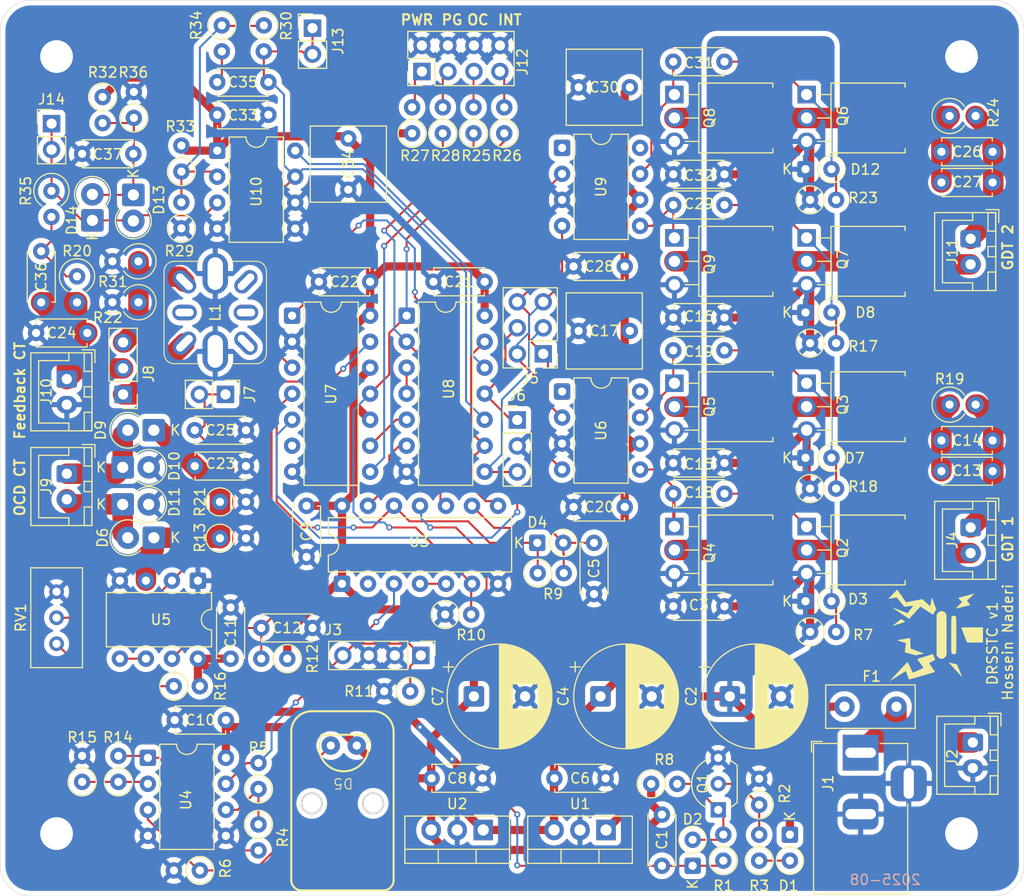
<source format=kicad_pcb>
(kicad_pcb (version 20241229) (generator "pcbnew") (generator_version "9.0")
  (layers (0 "F.Cu" signal) (2 "B.Cu" signal) (13 "F.Paste" user) (15 "B.Paste" user) (5 "F.SilkS" user "F.Silkscreen") (7 "B.SilkS" user "B.Silkscreen") (1 "F.Mask" user) (3 "B.Mask" user) (25 "Edge.Cuts" user))
  (net 0 "")
  (net 1 "Net-(D7-A)")
  (net 2 "GND")
  (net 3 "+5V")
  (net 4 "Net-(J11-Pin_1)")
  (net 5 "Net-(D2-K)")
  (net 6 "SIGNAL")
  (net 7 "OC")
  (net 8 "Net-(D5-A)")
  (net 9 "+9V")
  (net 10 "Net-(J10-Pin_1)")
  (net 11 "Net-(U7B-~{R})")
  (net 12 "Net-(J7-Pin_1)")
  (net 13 "Net-(D8-A)")
  (net 14 "Net-(C35-Pad2)")
  (net 15 "Net-(C36-Pad1)")
  (net 16 "VDC")
  (net 17 "Net-(D11-K)")
  (net 18 "Net-(D13-K)")
  (net 19 "Net-(D4-K)")
  (net 20 "Net-(J12-Pin_1)")
  (net 21 "Net-(D1-A)")
  (net 22 "Net-(D3-A)")
  (net 23 "FEEDBACK")
  (net 24 "Net-(D10-K)")
  (net 25 "Net-(Q1-B)")
  (net 26 "Net-(U10-+)")
  (net 27 "Net-(R14-Pad2)")
  (net 28 "Net-(U4B--)")
  (net 29 "Net-(U4A--)")
  (net 30 "Net-(U7A-~{R})")
  (net 31 "Net-(R16-Pad1)")
  (net 32 "Net-(U3-Pad4)")
  (net 33 "INT_INPUT")
  (net 34 "DRV1")
  (net 35 "DRV2")
  (net 36 "Net-(U3-Pad13)")
  (net 39 "INT")
  (net 40 "POWER_GOOD")
  (net 41 "OCD_STATUS")
  (net 42 "Net-(U5-BAL)")
  (net 43 "Net-(U8-Pad3)")
  (net 44 "~SIGNAL")
  (net 45 "Net-(J8-Pin_1)")
  (net 46 "IS_RUNNING")
  (net 47 "Net-(J8-Pin_3)")
  (net 48 "OCD")
  (net 49 "Net-(J12-Pin_7)")
  (net 50 "Net-(J12-Pin_5)")
  (net 51 "Net-(J4-Pin_1)")
  (net 52 "Net-(J12-Pin_3)")
  (net 53 "Net-(D2-A)")
  (net 54 "Net-(Q3-D)")
  (net 55 "Net-(Q4-G)")
  (net 56 "Net-(Q8-G)")
  (net 57 "Net-(Q5-G)")
  (net 58 "Net-(Q6-D)")
  (net 59 "Net-(D4-A)")
  (net 60 "Net-(D12-A)")
  (net 61 "Net-(J11-Pin_2)")
  (net 62 "Net-(Q9-G)")
  (net 63 "Net-(J4-Pin_2)")
  (net 68 "SEL_DRV_2")
  (net 69 "SEL_DRV_1")
  (net 70 "Net-(J2-Pin_1)")
  (footprint "Resistor_THT:R_Axial_DIN0207_L6.3mm_D2.5mm_P2.54mm_Vertical" (layer "F.Cu") (at 55.46 72)
    (property "Reference" "R10")
    (property "Value" "1k")
  )
  (footprint "Capacitor_THT:C_Disc_D4.7mm_W2.5mm_P5.00mm" (layer "F.Cu") (at 66.132323 88)
    (property "Reference" "C6")
    (property "Value" "100n")
  )
  (footprint "Resistor_THT:R_Axial_DIN0207_L6.3mm_D2.5mm_P2.54mm_Vertical" (layer "F.Cu") (at 91.106667 45.5)
    (property "Reference" "R17")
    (property "Value" "1k")
  )
  (footprint "Connector_JST:JST_XH_B2B-XH-A_1x02_P2.50mm_Vertical" (layer "F.Cu") (at 18.5 58.25 -90)
    (property "Reference" "J9")
    (property "Value" "OCD CT")
  )
  (footprint "Capacitor_THT:C_Disc_D4.7mm_W2.5mm_P5.00mm" (layer "F.Cu") (at 15.5 44.5)
    (property "Reference" "C24")
    (property "Value" "150p")
  )
  (footprint "Resistor_THT:R_Axial_DIN0207_L6.3mm_D2.5mm_P2.54mm_Vertical" (layer "F.Cu") (at 52.045 79.5 180)
    (property "Reference" "R11")
    (property "Value" "1k")
  )
  (footprint "Capacitor_THT:C_Disc_D4.7mm_W2.5mm_P5.00mm" (layer "F.Cu") (at 70 65 -90)
    (property "Reference" "C5")
    (property "Value" "10n")
  )
  (footprint "Resistor_THT:R_Axial_DIN0207_L6.3mm_D2.5mm_P2.54mm_Vertical" (layer "F.Cu") (at 58.23 25 90)
    (property "Reference" "R25")
    (property "Value" "330")
  )
  (footprint "Resistor_THT:R_Axial_DIN0309_L9.0mm_D3.2mm_P2.54mm_Vertical" (layer "F.Cu") (at 19.5 38.972183 -90)
    (property "Reference" "R20")
    (property "Value" "100k")
  )
  (footprint "Resistor_THT:R_Axial_DIN0207_L6.3mm_D2.5mm_P2.54mm_Vertical" (layer "F.Cu") (at 64.5 67.955)
    (property "Reference" "R9")
    (property "Value" "10k")
  )
  (footprint "Capacitor_THT:C_Disc_D4.7mm_W2.5mm_P5.00mm" (layer "F.Cu") (at 41.92 66.38 90)
    (property "Reference" "C9")
    (property "Value" "100n")
  )
  (footprint "Capacitor_THT:C_Disc_D4.7mm_W2.5mm_P5.00mm" (layer "F.Cu") (at 82.741667 60.2 180)
    (property "Reference" "C18")
    (property "Value" "100n")
  )
  (footprint "Library:TO-251-3-1EP_Horizontal_TabDown" (layer "F.Cu") (at 77.851667 21.21 -90)
    (property "Reference" "Q8")
    (property "Value" "IRFU024NPBF")
  )
  (footprint "Package_DIP:DIP-8_W7.62mm" (layer "F.Cu") (at 66.88 50.22)
    (property "Reference" "U6")
    (property "Value" "TC4427")
  )
  (footprint "Package_TO_SOT_THT:TO-92_Inline_Wide" (layer "F.Cu") (at 82.132323 91.085 90)
    (property "Reference" "Q1")
    (property "Value" "BC547")
  )
  (footprint "Capacitor_THT:C_Rect_L7.2mm_W7.2mm_P5.00mm_FKS2_FKP2_MKS2_MKP2" (layer "F.Cu") (at 46 30.5 90)
    (property "Reference" "C34")
    (property "Value" "2u")
  )
  (footprint "Capacitor_THT:C_Disc_D4.7mm_W2.5mm_P5.00mm" (layer "F.Cu") (at 59.315 39.5 180)
    (property "Reference" "C21")
    (property "Value" "100n")
  )
  (footprint "Resistor_THT:R_Axial_DIN0207_L6.3mm_D2.5mm_P2.54mm_Vertical" (layer "F.Cu") (at 40.04 76.315 180)
    (property "Reference" "R12")
    (property "Value" "1k")
  )
  (footprint "Diode_THT:D_DO-35_SOD27_P2.54mm_Vertical_KathodeUp" (layer "F.Cu") (at 90.656667 42.5)
    (property "Reference" "D8")
    (property "Value" "1N4148")
  )
  (footprint "Resistor_THT:R_Axial_DIN0207_L6.3mm_D2.5mm_P2.54mm_Vertical" (layer "F.Cu") (at 61.23 25 90)
    (property "Reference" "R26")
    (property "Value" "330")
  )
  (footprint "Connector_JST:JST_XH_B2B-XH-A_1x02_P2.50mm_Vertical" (layer "F.Cu") (at 106.785 35.3 -90)
    (property "Reference" "J11")
    (property "Value" "GDT")
  )
  (footprint "Resistor_THT:R_Axial_DIN0207_L6.3mm_D2.5mm_P2.54mm_Vertical" (layer "F.Cu") (at 82.632323 96.045 90)
    (property "Reference" "R1")
    (property "Value" "560k")
  )
  (footprint "Library:TO-251-3-1EP_Horizontal_TabDown" (layer "F.Cu") (at 77.851667 35.21 -90)
    (property "Reference" "Q9")
    (property "Value" "IRFU024NPBF")
  )
  (footprint "Package_DIP:DIP-8_W7.62mm" (layer "F.Cu") (at 31.31 68.695 -90)
    (property "Reference" "U5")
    (property "Value" "LM311")
  )
  (footprint "Package_DIP:DIP-8_W7.62mm" (layer "F.Cu") (at 66.88 26.42)
    (property "Reference" "U9")
    (property "Value" "TC4427")
  )
  (footprint "Capacitor_THT:C_Disc_D4.7mm_W2.5mm_P5.00mm" (layer "F.Cu") (at 103.935 26.8)
    (property "Reference" "C26")
    (property "Value" "10u")
  )
  (footprint "Diode_THT:D_DO-41_SOD81_P2.54mm_Vertical_KathodeUp" (layer "F.Cu") (at 23.96 57.62873)
    (property "Reference" "D10")
    (property "Value" "1N5819")
  )
  (footprint "LOGO" (layer "F.Cu") (at 103.5 74 90)
    (property "Reference" "G***" (hide yes))
    (property "Value" "LOGO" (hide yes))
  )
  (footprint "Package_DIP:DIP-8_W7.62mm" (layer "F.Cu") (at 26.42 86)
    (property "Reference" "U4")
    (property "Value" "TL072")
  )
  (footprint "Connector_PinHeader_2.54mm:PinHeader_1x02_P2.54mm_Vertical" (layer "F.Cu") (at 42.5 14.725)
    (property "Reference" "J13")
    (property "Value" "Signal TP")
  )
  (footprint "Capacitor_THT:C_Disc_D4.7mm_W2.5mm_P5.00mm" (layer "F.Cu") (at 68 61.5)
    (property "Reference" "C20")
    (property "Value" "100n")
  )
  (footprint "Capacitor_THT:C_Disc_D4.7mm_W2.5mm_P5.00mm" (layer "F.Cu") (at 76.632323 96.545 90)
    (property "Reference" "C1")
    (property "Value" "2.2u")
  )
  (footprint "MountingHole:MountingHole_3.2mm_M3_DIN965_Pad_TopBottom" (layer "F.Cu") (at 17.5 93.4)
    (property "Reference" "H2" (hide yes))
    (property "Value" "Body")
  )
  (footprint "Package_TO_SOT_THT:TO-220-3_Vertical" (layer "F.Cu") (at 59.172323 93.05 180)
    (property "Reference" "U2")
    (property "Value" "LM7805_TO220")
  )
  (footprint "Library:TO-251-3-1EP_Horizontal_TabDown" (layer "F.Cu") (at 90.766667 35.21 -90)
    (property "Reference" "Q7")
    (property "Value" "IRFU9024N")
  )
  (footprint "Capacitor_THT:C_Disc_D4.7mm_W2.5mm_P5.00mm" (layer "F.Cu") (at 38.195 23.19 180)
    (property "Reference" "C33")
    (property "Value" "100n")
  )
  (footprint "Capacitor_THT:C_Disc_D4.7mm_W2.5mm_P5.00mm" (layer "F.Cu") (at 54.132323 88)
    (property "Reference" "C8")
    (property "Value" "100n")
  )
  (footprint "Resistor_THT:R_Axial_DIN0309_L9.0mm_D3.2mm_P2.54mm_Vertical" (layer "F.Cu") (at 104.735 51.5)
    (property "Reference" "R19")
    (property "Value" "10")
  )
  (footprint "Connector_PinHeader_2.54mm:PinHeader_2x04_P2.54mm_Vertical" (layer "F.Cu") (at 53.19 18.96 90)
    (property "Reference" "J12")
    (property "Value" "Status")
  )
  (footprint "Capacitor_THT:C_Disc_D4.7mm_W2.5mm_P5.00mm" (layer "F.Cu") (at 82.741667 46.2 180)
    (property "Reference" "C19")
    (property "Value" "100n")
  )
  (footprint "Capacitor_THT:C_Disc_D4.7mm_W2.5mm_P5.00mm" (layer "F.Cu") (at 31 57.5)
    (property "Reference" "C23")
    (property "Value" "1n")
  )
  (footprint "Capacitor_THT:CP_Radial_D10.0mm_P5.00mm" (layer "F.Cu") (at 83.264646 80)
    (property "Reference" "C2")
    (property "Value" "470u")
  )
  (footprint "Capacitor_THT:C_Disc_D4.7mm_W2.5mm_P5.00mm" (layer "F.Cu") (at 34.5 71.315 -90)
    (property "Reference" "C11")
    (property "Value" "100n")
  )
  (footprint "Capacitor_THT:C_Disc_D4.7mm_W2.5mm_P5.00mm" (layer "F.Cu") (at 82.741667 32 180)
    (property "Reference" "C29")
    (property "Value" "100n")
  )
  (footprint "MountingHole:MountingHole_3.2mm_M3_DIN965_Pad_TopBottom" (layer "F.Cu") (at 17.5 17.5)
    (property "Reference" "H4" (hide yes))
    (property "Value" "Body")
  )
  (footprint "Connector_JST:JST_XH_B2B-XH-A_1x02_P2.50mm_Vertical" (layer "F.Cu") (at 106.785 63.5 -90)
    (property "Reference" "J4")
    (property "Value" "GDT")
  )
  (footprint "Capacitor_THT:C_Disc_D4.7mm_W2.5mm_P5.00mm" (layer "F.Cu") (at 82.741667 18 180)
    (property "Reference" "C31")
    (property "Value" "100n")
  )
  (footprint "Library:TO-251-3-1EP_Horizontal_TabDown" (layer "F.Cu") (at 77.851667 49.41 -90)
    (property "Reference" "Q5")
    (property "Value" "IRFU024NPBF")
  )
  (footprint "Capacitor_THT:C_Disc_D4.7mm_W2.5mm_P5.00mm" (layer "F.Cu") (at 103.935 58)
    (property "Reference" "C13")
    (property "Value" "10u")
  )
  (footprint "Resistor_THT:R_Axial_DIN0207_L6.3mm_D2.5mm_P2.54mm_Vertical" (layer "F.Cu") (at 33.46 61)
    (property "Reference" "R21")
    (property "Value" "5.1")
  )
  (footprint "Library:BarrelJack_Horizontal" (layer "F.Cu") (at 96.0425 85.5 90)
    (property "Reference" "J1")
    (property "Value" "DC Jack")
  )
  (footprint "Library:TO-251-3-1EP_Horizontal_TabDown" (layer "F.Cu") (at 90.766667 49.41 -90)
    (property "Reference" "Q3")
    (property "Value" "IRFU9024N")
  )
  (footprint "Diode_THT:D_DO-35_SOD27_P2.54mm_Vertical_KathodeUp" (layer "F.Cu") (at 79.632323 96.545 90)
    (property "Reference" "D2")
    (property "Value" "BAT43")
  )
  (footprint "Connector_JST:JST_XH_B2B-XH-A_1x02_P2.50mm_Vertical" (layer "F.Cu") (at 107 84.5 -90)
    (property "Reference" "J2")
    (property "Value" "~")
  )
  (footprint "Resistor_THT:R_Axial_DIN0207_L6.3mm_D2.5mm_P2.54mm_Vertical" (layer "F.Cu") (at 23.54 88.35 90)
    (property "Reference" "R14")
    (property "Value" "100k")
  )
  (footprint "Resistor_THT:R_Axial_DIN0207_L6.3mm_D2.5mm_P2.54mm_Vertical" (layer "F.Cu") (at 37.745 14.455 -90)
    (property "Reference" "R30")
    (property "Value" "100k")
  )
  (footprint "Diode_THT:D_DO-41_SOD81_P2.54mm_Vertical_KathodeUp" (layer "F.Cu") (at 25 31.012183 -90)
    (property "Reference" "D13")
    (property "Value" "1N5819")
  )
  (footprint "Package_DIP:DIP-8_W7.62mm" (layer "F.Cu") (at 33.195 26.69)
    (property "Reference" "U10")
    (property "Value" "LT1016")
  )
  (footprint "Resistor_THT:R_Axial_DIN0309_L9.0mm_D3.2mm_P2.54mm_Vertical" (layer "F.Cu") (at 104.735 23.3)
    (property "Reference" "R24")
    (property "Value" "10")
  )
  (footprint "Resistor_THT:R_Axial_DIN0207_L6.3mm_D2.5mm_P2.54mm_Vertical" (layer "F.Cu") (at 91.106667 31.5)
    (property "Reference" "R23")
    (property "Value" "1k")
  )
  (footprint "Resistor_THT:R_Axial_DIN0207_L6.3mm_D2.5mm_P2.54mm_Vertical" (layer "F.Cu") (at 55.23 25 90)
    (property "Reference" "R28")
    (property "Value" "330")
  )
  (footprint "Library:TO-251-3-1EP_Horizontal_TabDown" (layer "F.Cu") (at 77.851667 63.41 -90)
    (property "Reference" "Q4")
    (property "Value" "IRFU024NPBF")
  )
  (footprint "Connector_PinHeader_2.54mm:PinHeader_1x04_P2.54mm_Vertical" (layer "F.Cu") (at 53.085 76 -90)
    (property "Reference" "J3")
    (property "Value" "Interrupter")
  )
  (footprint "Connector_PinHeader_2.54mm:PinHeader_1x02_P2.54mm_Vertical" (layer "F.Cu") (at 34 50.5 -90)
    (property "Reference" "J7")
    (property "Value" "OC TP")
  )
  (footprint "Package_DIP:DIP-14_W7.62mm" (layer "F.Cu") (at 45.38 69 90)
    (property "Reference" "U3")
    (property "Value" "74HC14")
  )
  (footprint "Diode_THT:D_DO-35_SOD27_P2.54mm_Vertical_KathodeUp" (layer "F.Cu") (at 90.656667 56.7)
    (property "Reference" "D7")
    (property "Value" "1N4148")
  )
  (footprint "Capacitor_THT:C_Rect_L7.2mm_W7.2mm_P5.00mm_FKS2_FKP2_MKS2_MKP2" (layer "F.Cu") (at 68.5 44.3)
    (property "Reference" "C17")
    (property "Value" "2u")
  )
  (footprint "Diode_THT:D_DO-41_SOD81_P2.54mm_Vertical_KathodeUp" (layer "F.Cu") (at 21 33.5 90)
    (property "Reference" "D14")
    (property "Value" "1N5819")
  )
  (footprint "Capacitor_THT:C_Disc_D4.7mm_W2.5mm_P5.00mm" (layer "F.Cu") (at 82.741667 43 180)
    (property "Reference" "C16")
    (property "Value" "10u")
  )
  (footprint "Resistor_THT:R_Axial_DIN0207_L6.3mm_D2.5mm_P2.54mm_Vertical" (layer "F.Cu") (at 29.695 34.28 90)
    (property "Reference" "R29")
    (property "Value" "470")
  )
  (footprint "Connector_JST:JST_XH_B2B-XH-A_1x02_P2.50mm_Vertical" (layer "F.Cu") (at 18.5 49 -90)
    (property "Reference" "J10")
    (property "Value" "Feedback CT")
  )
  (footprint "Diode_THT:D_DO-41_SOD81_P2.54mm_Vertical_KathodeUp" (layer "F.Cu") (at 27 64.5 180)
    (property "Reference" "D6")
    (property "Value" "1N5819")
  )
  (footprint "Library:TO-251-3-1EP_Horizontal_TabDown" (layer "F.Cu") (at 90.766667 63.41 -90)
    (property "Reference" "Q2")
    (property "Value" "IRFU9024N")
  )
  (footprint "Connector_PinHeader_2.54mm:PinHeader_1x03_P2.54mm_Vertical" (layer "F.Cu") (at 62.5 53)
    (property "Reference" "J6")
    (property "Value" "Drive TP")
  )
  (footprint "Capacitor_THT:CP_Radial_D10.0mm_P5.00mm" (layer "F.Cu") (at 58.264646 80)
    (property "Reference" "C7")
    (property "Value" "470u")
  )
  (footprint "Diode_THT:D_DO-41_SOD81_P2.54mm_Vertical_KathodeUp" (layer "F.Cu") (at 23.96 61.25)
    (property "Reference" "D11")
    (property "Value" "1N5819")
  )
  (footprint "Potentiometer_THT:Potentiometer_Bourns_3296W_Vertical" (layer "F.Cu") (at 17.5 69.775 90)
    (property "Reference" "RV1")
    (property "Value" "10k")
  )
  (footprint "Resistor_THT:R_Axial_DIN0309_L9.0mm_D3.2mm_P2.54mm_Vertical" (layer "F.Cu") (at 25.5 41.5 180)
    (property "Reference" "R22")
    (property "Value" "ext")
  )
  (footprint "Capacitor_THT:C_Disc_D4.7mm_W2.5mm_P5.00mm" (layer "F.Cu") (at 16 36.512183 -90)
    (property "Reference" "C36")
    (property "Value" "100n")
  )
  (footprint "Capacitor_THT:C_Disc_D4.7mm_W2.5mm_P5.00mm" (layer "F.Cu") (at 103.935 29.8)
    (property "Reference" "C27")
    (property "Value" "10u")
  )
  (footprint "Resistor_THT:R_Axial_DIN0207_L6.3mm_D2.5mm_P2.54mm_Vertical" (layer "F.Cu") (at 31.5 97 180)
    (property "Reference" "R6")
    (property "Value" "100k")
  )
  (footprint "Resistor_THT:R_Axial_DIN0207_L6.3mm_D2.5mm_P2.54mm_Vertical" (layer "F.Cu") (at 86.132323 90.585 90)
    (property "Reference" "R2")
    (property "Value" "1k")
  )
  (footprint "Capacitor_THT:C_Disc_D4.7mm_W2.5mm_P5.00mm" (layer "F.Cu") (at 43.13 39.5)
    (property "Reference" "C22")
    (property "Value" "100n")
  )
  (footprint "Resistor_THT:R_Axial_DIN0207_L6.3mm_D2.5mm_P2.54mm_Vertical" (layer "F.Cu") (at 33.46 64.55)
    (property "Reference" "R13")
    (property "Value" "5.1")
  )
  (footprint "Package_TO_SOT_THT:TO-220-3_Vertical" (layer "F.Cu") (at 71.172323 93.05 180)
    (property "Reference" "U1")
    (property "Value" "LM7809_TO220")
  )
  (footprint "Capacitor_THT:C_Disc_D4.7mm_W2.5mm_P5.00mm" (layer "F.Cu") (at 82.741667 29 180)
    (property "Reference" "C32")
    (property "Value" "10u")
  )
  (footprint "Capacitor_THT:C_Disc_D4.7mm_W2.5mm_P5.00mm" (layer "F.Cu") (at 82.741667 71.2 180)
    (property "Reference" "C3")
    (property "Value" "10u")
  )
  (footprint "Capacitor_THT:C_Rect_L7.2mm_W7.2mm_P5.00mm_FKS2_FKP2_MKS2_MKP2" (layer "F.Cu") (at 68.5 20.5)
    (property "Reference" "C30")
    (property "Value" "2u")
  )
  (footprint "Library:hnaderi-toslink-rx" (layer "F.Cu") (at 50.425 81.2 180)
    (property "Reference" "D5")
    (property "Value" "D_Photo")
    (fp_circle (center 8 -9.25) (end 9 -9.25) (stroke (width 0.2)) (fill no) (layer "Edge.Cuts"))
    (fp_circle (center 2 -9.25) (end 3 -9.25) (stroke (width 0.2)) (fill no) (layer "Edge.Cuts"))
  )
  (footprint "Capacitor_THT:C_Disc_D4.7mm_W2.5mm_P5.00mm" (layer "F.Cu") (at 38.195 20 180)
    (property "Reference" "C35")
    (property "Value" "1n")
  )
  (footprint "Diode_THT:D_DO-35_SOD27_P2.54mm_Vertical_KathodeUp" (layer "F.Cu") (at 90.656667 28.5)
    (property "Reference" "D12")
    (property "Value" "1N4148")
  )
  (footprint "Resistor_THT:R_Axial_DIN0207_L6.3mm_D2.5mm_P2.54mm_Vertical" (layer "F.Cu") (at 22 21.455 -90)
    (property "Reference" "R32")
    (property "Value" "1k")
  )
  (footprint "Capacitor_THT:C_Disc_D4.7mm_W2.5mm_P5.00mm" (layer "F.Cu") (at 29.04 82.31)
    (property "Reference" "C10")
    (property "Value" "100n")
  )
  (footprint "Diode_THT:D_DO-35_SOD27_P2.54mm_Vertical_KathodeUp" (layer "F.Cu") (at 90.656667 70.7)
    (property "Reference" "D3")
    (property "Value" "1N4148")
  )
  (footprint "Package_DIP:DIP-14_W7.62mm" (layer "F.Cu") (at 40.51 42.81)
    (property "Reference" "U7")
    (property "Value" "74HC74")
  )
  (footprint "Resistor_THT:R_Axial_DIN0207_L6.3mm_D2.5mm_P2.54mm_Vertical" (layer "F.Cu") (at 52.23 25 90)
    (property "Reference" "R27")
    (property "Value" "330")
  )
  (footprint "Capacitor_THT:C_Disc_D4.7mm_W2.5mm_P5.00mm" (layer "F.Cu") (at 25 27 180)
    (property "Reference" "C37")
    (property "Value" "1u")
  )
  (footprint "Capacitor_THT:CP_Radial_D10.0mm_P5.00mm" (layer "F.Cu") (at 70.632323 80)
    (property "Reference" "C4")
    (property "Value" "470u")
  )
  (footprint "Connector_PinHeader_2.54mm:PinHeader_1x03_P2.54mm_Vertical" (layer "F.Cu") (at 24 50.5 180)
    (property "Reference" "J8")
    (property "Value" "Phase lead")
  )
  (footprint "Package_DIP:DIP-14_W7.62mm" (layer "F.Cu") (at 51.695 42.81)
    (property "Reference" "U8")
    (property "Value" "7408")
  )
  (footprint "Resistor_THT:R_Axial_DIN0207_L6.3mm_D2.5mm_P2.54mm_Vertical" (layer "F.Cu") (at 33.645 14.455 -90)
    (property "Reference" "R34")
    (property "Value" "470")
  )
  (footprint "Resistor_THT:R_Axial_DIN0309_L9.0mm_D3.2mm_P2.54mm_Vertical" (layer "F.Cu") (at 17 30.63 -90)
    (property "Reference" "R35")
    (property "Value" "1k")
  )
  (footprint "Resistor_THT:R_Axial_DIN0309_L9.0mm_D3.2mm_P2.54mm_Vertical" (layer "F.Cu") (at 25.5 37.5 180)
    (property "Reference" "R31")
    (property "Value" "51")
  )
  (footprint "Resistor_THT:R_Axial_DIN0207_L6.3mm_D2.5mm_P2.54mm_Vertical" (layer "F.Cu") (at 75.587323 88.545)
    (property "Reference" "R8")
    (property "Value" "1k")
  )
  (footprint "MountingHole:MountingHole_3.2mm_M3_DIN965_Pad_TopBottom" (layer "F.Cu") (at 105.9 17.5)
    (property "Reference" "H3" (hide yes))
    (property "Value" "Body")
  )
  (footprint "Capacitor_THT:C_Disc_D4.7mm_W2.5mm_P5.00mm" (layer "F.Cu") (at 103.935 55)
    (property "Reference" "C14")
    (property "Value" "10u")
  )
  (footprint "Resistor_THT:R_Axial_DIN0207_L6.3mm_D2.5mm_P2.54mm_Vertical" (layer "F.Cu") (at 37.225 92.505 -90)
    (property "Reference" "R4")
    (property "Value" "10k")
  )
  (footprint "Resistor_THT:R_Axial_DIN0207_L6.3mm_D2.5mm_P2.54mm_Vertical" (layer "F.Cu") (at 25.05 23.495 90)
    (property "Reference" "R36")
    (property "Value" "470")
  )
  (footprint "MountingHole:MountingHole_3.2mm_M3_DIN965_Pad_TopBottom" (layer "F.Cu") (at 105.9 93.4)
    (property "Reference" "H1" (hide yes))
    (property "Value" "Body")
  )
  (footprint "Library:TO-251-3-1EP_Horizontal_TabDown" (layer "F.Cu") (at 90.766667 21.21 -90)
    (property "Reference" "Q6")
    (property "Value" "IRFU9024N")
  )
  (footprint "Resistor_THT:R_Axial_DIN0207_L6.3mm_D2.5mm_P2.54mm_Vertical" (layer "F.Cu") (at 29.695 28.735 90)
    (property "Reference" "R33")
    (property "Value" "1k")
  )
  (footprint "Library:universal tunable inductor" (layer "F.Cu") (at 33 42.5 90)
    (property "Reference" "L1")
    (property "Value" "~")
  )
  (footprint "Capacitor_THT:C_Disc_D4.7mm_W2.5mm_P5.00mm" (layer "F.Cu") (at 68 38)
    (property "Reference" "C28")
    (property "Value" "100n")
  )
  (footprint "Resistor_THT:R_Axial_DIN0207_L6.3mm_D2.5mm_P2.54mm_Vertical" (layer "F.Cu") (at 86.132323 96.045 90)
    (property "Reference" "R3")
    (property "Value" "1k")
  )
  (footprint "Resistor_THT:R_Axial_DIN0207_L6.3mm_D2.5mm_P2.54mm_Vertical" (layer "F.Cu") (at 37.225 89.045 90)
    (property "Reference" "R5")
    (property "Value" "100k")
  )
  (footprint "Resistor_THT:R_Axial_DIN0207_L6.3mm_D2.5mm_P2.54mm_Vertical" (layer "F.Cu") (at 91.106667 59.7)
    (property "Reference" "R18")
    (property "Value" "1k")
  )
  (footprint "Resistor_THT:R_Axial_DIN0207_L6.3mm_D2.5mm_P2.54mm_Vertical" (layer "F.Cu") (at 91.106667 73.7)
    (property "Reference" "R7")
    (property "Value" "1k")
  )
  (footprint "Diode_THT:D_DO-35_SOD27_P2.54mm_Vertical_KathodeUp" (layer "F.Cu") (at 64.46 65)
    (property "Reference" "D4")
    (property "Value" "1N4148")
  )
  (footprint "Diode_THT:D_DO-35_SOD27_P2.54mm_Vertical_KathodeUp" (layer "F.Cu") (at 89.132323 93.505 -90)
    (property "Reference" "D1")
    (property "Value" "8.2v")
  )
  (footprint "Connector_PinHeader_2.54mm:PinHeader_1x02_P2.54mm_Vertical" (layer "F.Cu") (at 17.012182 24.052183)
    (property "Reference" "J14")
    (property "Value" "Feedback TP")
  )
  (footprint "Diode_THT:D_DO-41_SOD81_P2.54mm_Vertical_KathodeUp" (layer "F.Cu") (at 27 54 180)
    (property "Reference" "D9")
    (property "Value" "1N5819")
  )
  (footprint "Fuse:Fuse_Littelfuse_395Series" (layer "F.Cu") (at 94.46 81)
    (property "Reference" "F1")
    (property "Value" "Fuse")
  )
  (footprint "Resistor_THT:R_Axial_DIN0207_L6.3mm_D2.5mm_P2.54mm_Vertical" (layer "F.Cu") (at 20 88.35 90)
    (property "Reference" "R15")
    (property "Value" "10k")
  )
  (footprint "Capacitor_THT:C_Disc_D4.7mm_W2.5mm_P5.00mm" (layer "F.Cu") (at 36 54 180)
    (property "Reference" "C25")
    (property "Value" "100n")
  )
  (footprint "Connector_PinHeader_2.54mm:PinHeader_2x03_P2.54mm_Vertical" (layer "F.Cu") (at 65.04 46.54 180)
    (property "Reference" "J5")
    (property "Value" "Conn_02x03_Odd_Even" (hide yes))
  )
  (footprint "Resistor_THT:R_Axial_DIN0207_L6.3mm_D2.5mm_P2.54mm_Vertical" (layer "F.Cu") (at 28.955 79)
    (property "Reference" "R16")
    (property "Value" "1.8k")
  )
  (footprint "Capacitor_THT:C_Disc_D4.7mm_W2.5mm_P5.00mm" (layer "F.Cu") (at 37.5 73.315)
    (property "Reference" "C12")
    (property "Value" "1n")
  )
  (footprint "Capacitor_THT:C_Disc_D4.7mm_W2.5mm_P5.00mm" (layer "F.Cu") (at 82.741667 57.2 180)
    (property "Reference" "C15")
    (property "Value" "10u")
  )
  (gr_arc (start 112 96.5) (mid 111.12132 98.62132) (end 109 99.5) (stroke (width 0.05)) (layer "Edge.Cuts"))
  (gr_line (start 109 99.5) (end 15 99.5) (stroke (width 0.05)) (layer "Edge.Cuts"))
  (gr_arc (start 109 12) (mid 111.12132 12.87868) (end 112 15) (stroke (width 0.05)) (layer "Edge.Cuts"))
  (gr_arc (start 12 15) (mid 12.87868 12.87868) (end 15 12) (stroke (width 0.05)) (layer "Edge.Cuts"))
  (gr_line (start 15 12) (end 109 12) (stroke (width 0.05)) (layer "Edge.Cuts"))
  (gr_line (start 112 15) (end 112 96.5) (stroke (width 0.05)) (layer "Edge.Cuts"))
  (gr_line (start 12 96.5) (end 12 15) (stroke (width 0.05)) (layer "Edge.Cuts"))
  (gr_arc (start 15 99.5) (mid 12.87868 98.62132) (end 12 96.5) (stroke (width 0.05)) (layer "Edge.Cuts"))
  (gr_text "GDT 2" (at 111 38.5 90) (layer "F.SilkS") (effects (font (size 1 1) (thickness 0.2) (bold yes)) (justify left bottom)))
  (gr_text "INT" (at 60.5 14.5 0) (layer "F.SilkS") (effects (font (size 1 1) (thickness 0.2) (bold yes)) (justify left bottom)))
  (gr_text "Hossein Naderi" (at 111 80.5 90) (layer "F.SilkS") (effects (font (size 1 1)) (justify left bottom)))
  (gr_text "PWR" (at 51 14.5 0) (layer "F.SilkS") (effects (font (size 1 1) (thickness 0.2) (bold yes)) (justify left bottom)))
  (gr_text "OCD CT" (at 14.5 62.5 90) (layer "F.SilkS") (effects (font (size 1 1) (thickness 0.2) (bold yes)) (justify left bottom)))
  (gr_text "Feedback CT" (at 14.5 55 90) (layer "F.SilkS") (effects (font (size 1 1) (thickness 0.2) (bold yes)) (justify left bottom)))
  (gr_text "OC" (at 57.5 14.5 0) (layer "F.SilkS") (effects (font (size 1 1) (thickness 0.2) (bold yes)) (justify left bottom)))
  (gr_text "PG" (at 55 14.5 0) (layer "F.SilkS") (effects (font (size 1 1) (thickness 0.2) (bold yes)) (justify left bottom)))
  (gr_text "GDT 1" (at 111 67 90) (layer "F.SilkS") (effects (font (size 1 1) (thickness 0.2) (bold yes)) (justify left bottom)))
  (gr_text "DRSSTC v1" (at 109.5 79 90) (layer "F.SilkS") (effects (font (size 1 1)) (justify left bottom)))
  (gr_text "2025-08" (at 102 98.5 -0) (layer "B.SilkS") (effects (font (size 1 1) (thickness 0.125)) (justify left bottom mirror)))
  (segment (start 87.556667 46.2) (end 90.766667 49.41) (width 0.2) (layer "F.Cu") (net 1))
  (segment (start 93.646667 59.7) (end 93.646667 57.15) (width 0.2) (layer "F.Cu") (net 1))
  (segment (start 82.741667 46.2) (end 87.556667 46.2) (width 0.2) (layer "F.Cu") (net 1))
  (segment (start 93.196667 51.84) (end 90.766667 49.41) (width 0.2) (layer "B.Cu") (net 1))
  (segment (start 93.196667 56.7) (end 93.196667 51.84) (width 0.2) (layer "B.Cu") (net 1))
  (segment (start 54.092323 84.172323) (end 58.264646 80) (width 0.8) (layer "F.Cu") (net 3))
  (segment (start 46.91 51.82) (end 48.13 53.04) (width 0.8) (layer "F.Cu") (net 3))
  (segment (start 22 21.455) (end 23.901 19.554) (width 0.8) (layer "F.Cu") (net 3))
  (segment (start 49.63 38) (end 57.815 38) (width 0.8) (layer "F.Cu") (net 3))
  (segment (start 75.587323 90.5) (end 76.632323 91.545) (width 0.8) (layer "F.Cu") (net 3))
  (segment (start 48.13 39.5) (end 49.63 38) (width 0.8) (layer "F.Cu") (net 3))
  (segment (start 48.13 39.5) (end 48.13 42.88) (width 0.8) (layer "F.Cu") (net 3))
  (segment (start 29.559 19.554) (end 33.195 23.19) (width 0.8) (layer "F.Cu") (net 3))
  (segment (start 50.76 25) (end 52.23 25) (width 0.8) (layer "F.Cu") (net 3))
  (segment (start 73.177323 95) (end 76.632323 91.545) (width 0.8) (layer "F.Cu") (net 3))
  (segment (start 46.5 51.82) (end 46.5 49.59) (width 0.8) (layer "F.Cu") (net 3))
  (segment (start 33.195 26.69) (end 30.19 26.69) (width 0.8) (layer "F.Cu") (net 3))
  (segment (start 48.13 42.81) (end 47.69 42.81) (width 0.8) (layer "F.Cu") (net 3))
  (segment (start 23.901 19.554) (end 29.559 19.554) (width 0.8) (layer "F.Cu") (net 3))
  (segment (start 54.092323 93.592323) (end 55.5 95) (width 0.8) (layer "F.Cu") (net 3))
  (segment (start 50.025 88) (end 54.132323 88) (width 0.8) (layer "F.Cu") (net 3))
  (segment (start 52.5 71.5) (end 58.264646 77.264646) (width 0.8) (layer "F.Cu") (net 3))
  (segment (start 46.5 49.59) (end 48.2 47.89) (width 0.8) (layer "F.Cu") (net 3))
  (segment (start 45.38 69) (end 44.833686 69) (width 0.8) (layer "F.Cu") (net 3))
  (segment (start 44.833686 69) (end 40.04 73.793686) (width 0.8) (layer "F.Cu") (net 3))
  (segment (start 75.587323 88.545) (end 75.587323 90.5) (width 0.8) (layer "F.Cu") (net 3))
  (segment (start 47.1 85.075) (end 50.025 88) (width 0.8) (layer "F.Cu") (net 3))
  (segment (start 55.5 95) (end 73.177323 95) (width 0.8) (layer "F.Cu") (net 3))
  (segment (start 47.88 71.5) (end 52.5 71.5) (width 0.8) (layer "F.Cu") (net 3))
  (segment (start 40.04 73.793686) (end 40.04 76.315) (width 0.8) (layer "F.Cu") (net 3))
  (segment (start 45.5 83.5) (end 45 83) (width 0.8) (layer "F.Cu") (net 3))
  (segment (start 46.5 51.82) (end 46.91 51.82) (width 0.8) (layer "F.Cu") (net 3))
  (segment (start 46.5 44) (end 46.5 60.26) (width 0.8) (layer "F.Cu") (net 3))
  (segment (start 45.789 25.289) (end 48.13 27.63) (width 0.8) (layer "F.Cu") (net 3))
  (segment (start 57.815 38) (end 59.315 39.5) (width 0.8) (layer "F.Cu") (net 3))
  (segment (start 45 83) (end 34.73 83) (width 0.8) (layer "F.Cu") (net 3))
  (segment (start 47.69 42.81) (end 46.5 44) (width 0.8) (layer "F.Cu") (net 3))
  (segment (start 41.92 61.38) (end 45.38 61.38) (width 0.8) (layer "F.Cu") (net 3))
  (segment (start 48.13 27.63) (end 50.76 25) (width 0.8) (layer "F.Cu") (net 3))
  (segment (start 33.195 23.19) (end 33.195 26.69) (width 0.8) (layer "F.Cu") (net 3))
  (segment (start 45.38 69) (end 45.38 61.38) (width 0.8) (layer "F.Cu") (net 3))
  (segment (start 45.525 83.5) (end 45.5 83.5) (width 0.8) (layer "F.Cu") (net 3))
  (segment (start 34.596 25.289) (end 45.789 25.289) (width 0.8) (layer "F.Cu") (net 3))
  (segment (start 34.73 83) (end 34.04 82.31) (width 0.8) (layer "F.Cu") (net 3))
  (segment (start 45.38 69) (end 47.88 71.5) (width 0.8) (layer "F.Cu") (net 3))
  (segment (start 48.13 27.63) (end 48.13 39.5) (width 0.8) (layer "F.Cu") (net 3))
  (segment (start 30.19 26.69) (end 29.695 26.195) (width 0.8) (layer "F.Cu") (net 3))
  (segment (start 58.264646 77.264646) (end 58.264646 80) (width 0.8) (layer "F.Cu") (net 3))
  (segment (start 54.092323 93.05) (end 54.092323 93.592323) (width 0.8) (layer "F.Cu") (net 3))
  (segment (start 46.825 84.8) (end 45.525 83.5) (width 0.8) (layer "F.Cu") (net 3))
  (segment (start 54.092323 93.05) (end 54.092323 84.172323) (width 0.8) (layer "F.Cu") (net 3))
  (segment (start 46.5 60.26) (end 45.38 61.38) (width 0.8) (layer "F.Cu") (net 3))
  (segment (start 34.04 86) (end 34.04 82.31) (width 0.8) (layer "F.Cu") (net 3))
  (segment (start 59.315 39.54) (end 59.315 42.88) (width 0.8) (layer "F.Cu") (net 3))
  (segment (start 33.195 26.69) (end 34.596 25.289) (width 0.8) (layer "F.Cu") (net 3))
  (segment (start 109 33) (end 109 26.865) (width 2) (layer "F.Cu") (net 4))
  (segment (start 109 26.865) (end 108.935 26.8) (width 2) (layer "F.Cu") (net 4))
  (segment (start 108.935 24.96) (end 107.275 23.3) (width 2) (layer "F.Cu") (net 4))
  (segment (start 108.935 26.8) (end 108.935 24.96) (width 2) (layer "F.Cu") (net 4))
  (segment (start 106.785 35.3) (end 106.785 35.215) (width 2) (layer "F.Cu") (net 4))
  (segment (start 106.785 35.215) (end 109 33) (width 2) (layer "F.Cu") (net 4))
  (segment (start 61 79.5) (end 59.5 78) (width 0.2) (layer "F.Cu") (net 5))
  (segment (start 61 90.023104) (end 61 79.5) (width 0.2) (layer "F.Cu") (net 5))
  (segment (start 56.5 63.5) (end 54 63.5) (width 0.2) (layer "F.Cu") (net 5))
  (segment (start 76.632323 96.545) (end 82.132323 96.545) (width 0.2) (layer "F.Cu") (net 5))
  (segment (start 62.545 96.545) (end 62.5 96.5) (width 0.2) (layer "F.Cu") (net 5))
  (segment (start 62.5 91.523104) (end 61 90.023104) (width 0.2) (layer "F.Cu") (net 5))
  (segment (start 82.132323 96.545) (end 82.632323 96.045) (width 0.2) (layer "F.Cu") (net 5))
  (segment (start 59.5 66.5) (end 56.5 63.5) (width 0.2) (layer "F.Cu") (net 5))
  (segment (start 76.632323 96.545) (end 62.545 96.545) (width 0.2) (layer "F.Cu") (net 5))
  (segment (start 59.5 78) (end 59.5 66.5) (width 0.2) (layer "F.Cu") (net 5))
  (via (at 54 63.5) (size 0.6) (drill 0.3) (layers "F.Cu" "B.Cu") (net 5))
  (via (at 62.5 91.523104) (size 0.6) (drill 0.3) (layers "F.Cu" "B.Cu") (net 5))
  (via (at 62.5 96.5) (size 0.6) (drill 0.3) (layers "F.Cu" "B.Cu") (net 5))
  (segment (start 54 63.5) (end 53.120071 62.620071) (width 0.2) (layer "B.Cu") (net 5))
  (segment (start 53.120071 62.620071) (end 53.120071 61.500071) (width 0.2) (layer "B.Cu") (net 5))
  (segment (start 62.5 91.523104) (end 62.5 96.5) (width 0.2) (layer "B.Cu") (net 5))
  (segment (start 38.5 31.545) (end 40.815 29.23) (width 0.2) (layer "F.Cu") (net 6))
  (segment (start 40.51 47.89) (end 38.5 45.88) (width 0.2) (layer "F.Cu") (net 6))
  (segment (start 41.765 17.265) (end 41.495 16.995) (width 0.2) (layer "F.Cu") (net 6))
  (segment (start 42.5 14.725) (end 42.5 17.265) (width 0.2) (layer "F.Cu") (net 6))
  (segment (start 41.495 16.995) (end 37.745 16.995) (width 0.2) (layer "F.Cu") (net 6))
  (segment (start 38.5 45.88) (end 38.5 31.545) (width 0.2) (layer "F.Cu") (net 6))
  (segment (start 37.745 16.995) (end 37.745 19.55) (width 0.2) (layer "F.Cu") (net 6))
  (segment (start 57.5 51.155) (end 59.315 52.97) (width 0.2) (layer "B.Cu") (net 6))
  (segment (start 39.714 28.129) (end 39.714 21.214) (width 0.2) (layer "B.Cu") (net 6))
  (segment (start 39.714 21.214) (end 38.5 20) (width 0.2) (layer "B.Cu") (net 6))
  (segment (start 57.5 38.5671) (end 57.5 51.155) (width 0.2) (layer "B.Cu") (net 6))
  (segment (start 40.815 29.23) (end 41.545 28.5) (width 0.2) (layer "B.Cu") (net 6))
  (segment (start 41.545 28.5) (end 47.4329 28.5) (width 0.2) (layer "B.Cu") (net 6))
  (segment (start 47.4329 28.5) (end 57.5 38.5671) (width 0.2) (layer "B.Cu") (net 6))
  (segment (start 40.815 29.23) (end 39.714 28.129) (width 0.2) (layer "B.Cu") (net 6))
  (segment (start 27 64.5) (end 27 65.599999) (width 2) (layer "F.Cu") (net 7))
  (segment (start 33.46 59.96) (end 31 57.5) (width 2) (layer "F.Cu") (net 7))
  (segment (start 27 54) (end 27.5 54) (width 2) (layer "F.Cu") (net 7))
  (segment (start 33.41 64.5) (end 33.46 64.55) (width 2) (layer "F.Cu") (net 7))
  (segment (start 26.23 66.369999) (end 26.23 68.695) (width 2) (layer "F.Cu") (net 7))
  (segment (start 33.41 64.5) (end 27 64.5) (width 2) (layer "F.Cu") (net 7))
  (segment (start 33.46 61) (end 33.46 59.96) (width 2) (layer "F.Cu") (net 7))
  (segment (start 33.46 64.55) (end 33.46 61) (width 2) (layer "F.Cu") (net 7))
  (segment (start 27.5 54) (end 31 57.5) (width 2) (layer "F.Cu") (net 7))
  (segment (start 27 65.599999) (end 26.23 66.369999) (width 2) (layer "F.Cu") (net 7))
  (segment (start 26.42 92.03) (end 26.42 91.08) (width 0.2) (layer "F.Cu") (net 8))
  (segment (start 31.5 97.11) (end 26.42 92.03) (width 0.2) (layer "F.Cu") (net 8))
  (segment (start 39 94.82705) (end 39 90.085) (width 0.2) (layer "F.Cu") (net 8))
  (segment (start 36.82705 97) (end 39 94.82705) (width 0.2) (layer "F.Cu") (net 8))
  (segment (start 31.5 97) (end 36.82705 97) (width 0.2) (layer "F.Cu") (net 8))
  (segment (start 39 90.085) (end 44.285 84.8) (width 0.2) (layer "F.Cu") (net 8))
  (segment (start 31.31 76.315) (end 31.31 78.815) (width 0.8) (layer "F.Cu") (net 9))
  (segment (start 73 33) (end 74.5 31.5) (width 0.8) (layer "F.Cu") (net 9))
  (segment (start 56.632323 90.51) (end 56.632323 86.632323) (width 0.8) (layer "F.Cu") (net 9))
  (segment (start 56.632323 86.632323) (end 56.122505 86.122505) (width 0.8) (layer "F.Cu") (net 9))
  (segment (start 73 77.632323) (end 73 56.3) (width 0.8) (layer "F.Cu") (net 9))
  (segment (start 66.092323 84.54) (end 70.632323 80) (width 0.8) (layer "F.Cu") (net 9))
  (segment (start 73 56.3) (end 74 55.3) (width 0.8) (layer "F.Cu") (net 9))
  (segment (start 31.31 76.315) (end 34.5 76.315) (width 0.8) (layer "F.Cu") (net 9))
  (segment (start 66.092323 93.05) (end 59.172323 93.05) (width 0.8) (layer "F.Cu") (net 9))
  (segment (start 74.5 31.5) (end 73 29.999999) (width 0.8) (layer "F.Cu") (net 9))
  (segment (start 73 29.999999) (end 73 21) (width 0.8) (layer "F.Cu") (net 9))
  (segment (start 73 21) (end 73.5 20.5) (width 0.8) (layer "F.Cu") (net 9))
  (segment (start 71 79.632323) (end 73 77.632323) (width 0.8) (layer "F.Cu") (net 9))
  (segment (start 73.8 55.3) (end 73 54.5) (width 0.8) (layer "F.Cu") (net 9))
  (segment (start 36.495 81.5) (end 31.31 76.315) (width 0.8) (layer "F.Cu") (net 9))
  (segment (start 66.092323 93.05) (end 66.092323 84.54) (width 0.8) (layer "F.Cu") (net 9))
  (segment (start 73 54.5) (end 73 33) (width 0.8) (layer "F.Cu") (net 9))
  (segment (start 53 83) (end 51.5 81.5) (width 0.8) (layer "F.Cu") (net 9))
  (segment (start 51.5 81.5) (end 36.495 81.5) (width 0.8) (layer "F.Cu") (net 9))
  (segment (start 56.632323 90.51) (end 59.172323 93.05) (width 0.8) (layer "F.Cu") (net 9))
  (via (at 56.122505 86.122505) (size 0.6) (drill 0.3) (layers "F.Cu" "B.Cu") (net 9))
  (via (at 53 83) (size 0.6) (drill 0.3) (layers "F.Cu" "B.Cu") (net 9))
  (segment (start 56.122505 86.122505) (end 53 83) (width 0.8) (layer "B.Cu") (net 9))
  (segment (start 18.5 49) (end 19.54 47.96) (width 2) (layer "F.Cu") (net 10))
  (segment (start 19.54 45.46) (end 20 45) (width 2) (layer "F.Cu") (net 10))
  (segment (start 18.5 46.5) (end 18.5 44.012182) (width 2) (layer "F.Cu") (net 10))
  (segment (start 19.5 41.512183) (end 19.5 44) (width 2) (layer "F.Cu") (net 10))
  (segment (start 18.5 49) (end 18.5 46.5) (width 2) (layer "F.Cu") (net 10))
  (segment (start 18.5 44.012182) (end 16 41.512183) (width 2) (layer "F.Cu") (net 10))
  (segment (start 18.5 44) (end 18.5 46.5) (width 2) (layer "F.Cu") (net 10))
  (segment (start 19.54 47.96) (end 23 47.96) (width 2) (layer "F.Cu") (net 10))
  (segment (start 19.5 44) (end 18.5 45) (width 2) (layer "F.Cu") (net 10))
  (segment (start 18.5 45) (end 20 45) (width 2) (layer "F.Cu") (net 10))
  (segment (start 16.012183 41.512183) (end 18.5 44) (width 2) (layer "F.Cu") (net 10))
  (segment (start 23 47.96) (end 24 47.96) (width 2) (layer "F.Cu") (net 10))
  (segment (start 18.5 42.512183) (end 19.5 41.512183) (width 2) (layer "F.Cu") (net 10))
  (segment (start 19.5 41.512183) (end 19.5 45.96) (width 2) (layer "F.Cu") (net 10))
  (segment (start 16 41.512183) (end 16.012183 41.512183) (width 2) (layer "F.Cu") (net 10))
  (segment (start 19.54 47.96) (end 19.54 45.46) (width 2) (layer "F.Cu") (net 10))
  (segment (start 19.5 41.512183) (end 16 41.512183) (width 2) (layer "F.Cu") (net 10))
  (segment (start 19.5 45.96) (end 21.5 47.96) (width 2) (layer "F.Cu") (net 10))
  (segment (start 18.5 46.5) (end 18.5 46) (width 2) (layer "F.Cu") (net 10))
  (segment (start 21.5 47.96) (end 23 47.96) (width 2) (layer "F.Cu") (net 10))
  (segment (start 18.5 46.5) (end 18.5 42.512183) (width 2) (layer "F.Cu") (net 10))
  (segment (start 20 45) (end 20.5 44.5) (width 2) (layer "F.Cu") (net 10))
  (segment (start 39.75 49.25) (end 38.5 50.5) (width 0.2) (layer "F.Cu") (net 11))
  (segment (start 28.77 76.315) (end 31.77 73.315) (width 0.2) (layer "F.Cu") (net 11))
  (segment (start 38.5 72.315) (end 37.5 73.315) (width 0.2) (layer "F.Cu") (net 11))
  (segment (start 37.5 76.315) (end 37.5 73.315) (width 0.2) (layer "F.Cu") (net 11))
  (segment (start 44.25 49.25) (end 39.75 49.25) (width 0.2) (layer "F.Cu") (net 11))
  (segment (start 38.5 50.5) (end 38.5 72.315) (width 0.2) (layer "F.Cu") (net 11))
  (segment (start 31.77 73.315) (end 37.5 73.315) (width 0.2) (layer "F.Cu") (net 11))
  (segment (start 45.5 48) (end 44.25 49.25) (width 0.2) (layer "F.Cu") (net 11))
  (via (at 45.5 48) (size 0.6) (drill 0.3) (layers "F.Cu" "B.Cu") (net 11))
  (segment (start 48.13 45.35) (end 45.5 47.98) (width 0.2) (layer "B.Cu") (net 11))
  (segment (start 45.5 47.98) (end 45.5 48) (width 0.2) (layer "B.Cu") (net 11))
  (segment (start 34.761 57.761) (end 31 54) (width 0.2) (layer "F.Cu") (net 12))
  (segment (start 34.761 65.239) (end 34.761 57.761) (width 0.2) (layer "F.Cu") (net 12))
  (segment (start 31.46 50.5) (end 34 50.5) (width 0.2) (layer "F.Cu") (net 12))
  (segment (start 28.77 68.695) (end 30.83484 66.63016) (width 0.2) (layer "F.Cu") (net 12))
  (segment (start 31.96 53.54) (end 31.5 54) (width 0.2) (layer "F.Cu") (net 12))
  (segment (start 17.5 72.315) (end 25.15 72.315) (width 0.2) (layer "F.Cu") (net 12))
  (segment (start 25.15 72.315) (end 28.77 68.695) (width 0.2) (layer "F.Cu") (net 12))
  (segment (start 31.96 50.5) (end 31.96 53.54) (width 0.2) (layer "F.Cu") (net 12))
  (segment (start 33.36984 66.63016) (end 34.761 65.239) (width 0.2) (layer "F.Cu") (net 12))
  (segment (start 30.83484 66.63016) (end 33.36984 66.63016) (width 0.2) (layer "F.Cu") (net 12))
  (segment (start 93.646667 45.5) (end 93.646667 42.95) (width 0.2) (layer "F.Cu") (net 13))
  (segment (start 87.556667 32) (end 82.741667 32) (width 0.2) (layer "F.Cu") (net 13))
  (segment (start 90.766667 35.21) (end 87.556667 32) (width 0.2) (layer "F.Cu") (net 13))
  (segment (start 93.196667 37.64) (end 90.766667 35.21) (width 0.2) (layer "B.Cu") (net 13))
  (segment (start 93.196667 42.5) (end 93.196667 37.64) (width 0.2) (layer "B.Cu") (net 13))
  (segment (start 33.645 16.995) (end 33.645 19.55) (width 0.2) (layer "F.Cu") (net 14))
  (segment (start 16 36.512183) (end 18.46 38.972183) (width 0.2) (layer "F.Cu") (net 15))
  (segment (start 16 36.5) (end 17 35.5) (width 0.2) (layer "F.Cu") (net 15))
  (segment (start 17 35.5) (end 17 33.17) (width 0.2) (layer "F.Cu") (net 15))
  (segment (start 18.46 38.972183) (end 19.5 38.972183) (width 0.2) (layer "F.Cu") (net 15))
  (segment (start 89.132323 84.867677) (end 88.132323 84.867677) (width 0.8) (layer "F.Cu") (net 16))
  (segment (start 91.106667 31.5) (end 91.106667 26.13) (width 0.8) (layer "F.Cu") (net 16))
  (segment (start 73 87) (end 80 80) (width 0.8) (layer "F.Cu") (net 16))
  (segment (start 87.556667 57.2) (end 90.766667 53.99) (width 0.8) (layer "F.Cu") (net 16))
  (segment (start 90.766667 39.79) (end 87.556667 43) (width 0.8) (layer "F.Cu") (net 16))
  (segment (start 90.766667 67.99) (end 87.556667 71.2) (width 0.8) (layer "F.Cu") (net 16))
  (segment (start 91.106667 45.5) (end 91.106667 40.13) (width 0.8) (layer "F.Cu") (net 16))
  (segment (start 89.132323 93.505) (end 89.132323 85.867677) (width 0.8) (layer "F.Cu") (net 16))
  (segment (start 87.556667 43) (end 82.741667 43) (width 0.8) (layer "F.Cu") (net 16))
  (segment (start 73 91.222323) (end 73 87) (width 0.8) (layer "F.Cu") (net 16))
  (segment (start 89.132323 84.827677) (end 89.132323 85.867677) (width 0.8) (layer "F.Cu") (net 16))
  (segment (start 90.766667 53.99) (end 90.766667 59.36) (width 0.8) (layer "F.Cu") (net 16))
  (segment (start 80 80) (end 83.264646 80) (width 0.8) (layer "F.Cu") (net 16))
  (segment (start 90.766667 25.79) (end 87.556667 29) (width 0.8) (layer "F.Cu") (net 16))
  (segment (start 82.741667 57.2) (end 87.556667 57.2) (width 0.8) (layer "F.Cu") (net 16))
  (segment (start 93 81) (end 89.132323 84.867677) (width 0.8) (layer "F.Cu") (net 16))
  (segment (start 87.764646 84.5) (end 83.264646 80) (width 0.8) (layer "F.Cu") (net 16))
  (segment (start 94.46 81) (end 93 81) (width 0.8) (layer "F.Cu") (net 16))
  (segment (start 89.132323 85.867677) (end 87.764646 84.5) (width 0.8) (layer "F.Cu") (net 16))
  (segment (start 71.172323 93.05) (end 73 91.222323) (width 0.8) (layer "F.Cu") (net 16))
  (segment (start 87.556667 29) (end 82.741667 29) (width 0.8) (layer "F.Cu") (net 16))
  (segment (start 90.766667 59.36) (end 91.106667 59.7) (width 0.8) (layer "F.Cu") (net 16))
  (segment (start 82.741667 71.2) (end 87.556667 71.2) (width 0.8) (layer "F.Cu") (net 16))
  (segment (start 91.106667 73.7) (end 91.106667 68.33) (width 0.8) (layer "F.Cu") (net 16))
  (segment (start 88.132323 84.867677) (end 87.764646 84.5) (width 0.8) (layer "F.Cu") (net 16))
  (segment (start 23.96 61.25) (end 19 61.25) (width 2) (layer "F.Cu") (net 17))
  (segment (start 23.96 64) (end 23.96 61.25) (width 2) (layer "F.Cu") (net 17))
  (segment (start 24.46 64.5) (end 23.96 64) (width 2) (layer "F.Cu") (net 17))
  (segment (start 19 61.25) (end 18.5 60.75) (width 2) (layer "F.Cu") (net 17))
  (segment (start 24.55 23.995) (end 25.05 23.495) (width 0.2) (layer "F.Cu") (net 18))
  (segment (start 24.512183 31.012183) (end 21.564364 31.012183) (width 0.2) (layer "F.Cu") (net 18))
  (segment (start 25.05 23.495) (end 25.05 26.95) (width 0.2) (layer "F.Cu") (net 18))
  (segment (start 22 23.995) (end 24.55 23.995) (width 0.2) (layer "F.Cu") (net 18))
  (segment (start 25 31.012183) (end 25 27) (width 0.2) (layer "F.Cu") (net 18))
  (segment (start 39 61) (end 41.5 63.5) (width 0.2) (layer "F.Cu") (net 19))
  (segment (start 59.8005 65) (end 57.6995 62.899) (width 0.2) (layer "F.Cu") (net 19))
  (segment (start 41.5 63.5) (end 43 63.5) (width 0.2) (layer "F.Cu") (net 19))
  (segment (start 39 51.94) (end 39 61) (width 0.2) (layer "F.Cu") (net 19))
  (segment (start 64.5 67.955) (end 64.5 65.04) (width 0.2) (layer "F.Cu") (net 19))
  (segment (start 46.5 63.5) (end 48.34 63.5) (width 0.2) (layer "F.Cu") (net 19))
  (segment (start 57.6995 62.899) (end 51.979 62.899) (width 0.2) (layer "F.Cu") (net 19))
  (segment (start 51.979 62.899) (end 50.46 61.38) (width 0.2) (layer "F.Cu") (net 19))
  (segment (start 48.34 63.5) (end 50.46 61.38) (width 0.2) (layer "F.Cu") (net 19))
  (segment (start 64.46 65) (end 59.8005 65) (width 0.2) (layer "F.Cu") (net 19))
  (segment (start 40.51 50.43) (end 39 51.94) (width 0.2) (layer "F.Cu") (net 19))
  (via (at 46.5 63.5) (size 0.6) (drill 0.3) (layers "F.Cu" "B.Cu") (net 19))
  (via (at 43 63.5) (size 0.6) (drill 0.3) (layers "F.Cu" "B.Cu") (net 19))
  (segment (start 46.5 63.5) (end 43 63.5) (width 0.2) (layer "B.Cu") (net 19))
  (segment (start 52.5 21.775) (end 52.5 18.965) (width 0.2) (layer "F.Cu") (net 20))
  (segment (start 52.23 21.775) (end 52.5 21.775) (width 0.2) (layer "F.Cu") (net 20))
  (segment (start 89.132323 96.045) (end 86.132323 96.045) (width 0.2) (layer "F.Cu") (net 21))
  (segment (start 93.646667 73.7) (end 93.646667 71.15) (width 0.2) (layer "F.Cu") (net 22))
  (segment (start 87.556667 60.2) (end 90.766667 63.41) (width 0.2) (layer "F.Cu") (net 22))
  (segment (start 82.741667 60.2) (end 87.556667 60.2) (width 0.2) (layer "F.Cu") (net 22))
  (segment (start 93.196667 70.7) (end 93.196667 65.84) (width 0.2) (layer "B.Cu") (net 22))
  (segment (start 93.196667 65.84) (end 90.766667 63.41) (width 0.2) (layer "B.Cu") (net 22))
  (segment (start 17.012182 24.052183) (end 17.012182 30.617818) (width 0.2) (layer "F.Cu") (net 23))
  (segment (start 31.965 33) (end 33.195 31.77) (width 0.2) (layer "F.Cu") (net 23))
  (segment (start 24.46 33.5) (end 21.616547 33.5) (width 0.2) (layer "F.Cu") (net 23))
  (segment (start 17.13 30.63) (end 20.463453 33.963453) (width 0.2) (layer "F.Cu") (net 23))
  (segment (start 25.552183 33) (end 31.965 33) (width 0.2) (layer "F.Cu") (net 23))
  (segment (start 23.33873 58.25) (end 23.96 57.62873) (width 2) (layer "F.Cu") (net 24))
  (segment (start 23.96 57.62873) (end 23.96 54.5) (width 2) (layer "F.Cu") (net 24))
  (segment (start 23.96 54.5) (end 24.46 54) (width 2) (layer "F.Cu") (net 24))
  (segment (start 18.5 58.25) (end 23.33873 58.25) (width 2) (layer "F.Cu") (net 24))
  (segment (start 84.092323 88.545) (end 86.132323 90.585) (width 0.2) (layer "F.Cu") (net 25))
  (segment (start 86.132323 93.505) (end 86.132323 90.585) (width 0.2) (layer "F.Cu") (net 25))
  (segment (start 82.132323 88.545) (end 84.092323 88.545) (width 0.2) (layer "F.Cu") (net 25))
  (segment (start 33.5 14.505) (end 36.905 14.505) (width 0.2) (layer "F.Cu") (net 26))
  (segment (start 32.7 28.735) (end 33.195 29.23) (width 0.2) (layer "F.Cu") (net 26))
  (segment (start 29.695 28.735) (end 32.7 28.735) (width 0.2) (layer "F.Cu") (net 26))
  (segment (start 29.695 31.74) (end 29.695 28.735) (width 0.2) (layer "F.Cu") (net 26))
  (segment (start 31.5 16.6) (end 31.5 26.93) (width 0.2) (layer "B.Cu") (net 26))
  (segment (start 33.645 14.455) (end 31.5 16.6) (width 0.2) (layer "B.Cu") (net 26))
  (segment (start 31.5 26.93) (end 29.695 28.735) (width 0.2) (layer "B.Cu") (net 26))
  (segment (start 27.5 86) (end 28.5 87) (width 0.2) (layer "F.Cu") (net 27))
  (segment (start 26.42 86) (end 27.5 86) (width 0.2) (layer "F.Cu") (net 27))
  (segment (start 23.54 85.81) (end 26.23 85.81) (width 0.2) (layer "F.Cu") (net 27))
  (segment (start 37.225 95.045) (end 32.045 95.045) (width 0.2) (layer "F.Cu") (net 27))
  (segment (start 28.5 91.5) (end 28.5 87) (width 0.2) (layer "F.Cu") (net 27))
  (segment (start 32.045 95.045) (end 28.5 91.5) (width 0.2) (layer "F.Cu") (net 27))
  (segment (start 35.19 91.08) (end 37.225 89.045) (width 0.2) (layer "F.Cu") (net 28))
  (segment (start 34.04 91.08) (end 35.19 91.08) (width 0.2) (layer "F.Cu") (net 28))
  (segment (start 37.225 92.505) (end 37.225 89.045) (width 0.2) (layer "F.Cu") (net 28))
  (segment (start 20 88.35) (end 23.54 88.35) (width 0.2) (layer "F.Cu") (net 29))
  (segment (start 23.54 88.35) (end 26.23 88.35) (width 0.2) (layer "F.Cu") (net 29))
  (segment (start 46 41) (end 45.5 41.5) (width 0.2) (layer "F.Cu") (net 30))
  (segment (start 52.5 40.5) (end 52.5 41) (width 0.2) (layer "F.Cu") (net 30))
  (segment (start 45.5 41.5) (end 41.82 41.5) (width 0.2) (layer "F.Cu") (net 30))
  (segment (start 56 44.5) (end 56 57.5) (width 0.2) (layer "F.Cu") (net 30))
  (segment (start 47 34) (end 46 35) (width 0.2) (layer "F.Cu") (net 30))
  (segment (start 56 57.5) (end 59.42395 60.92395) (width 0.2) (layer "F.Cu") (net 30))
  (segment (start 52.5 41) (end 56 44.5) (width 0.2) (layer "F.Cu") (net 30))
  (segment (start 46 35) (end 46 41) (width 0.2) (layer "F.Cu") (net 30))
  (segment (start 41.82 41.5) (end 40.51 42.81) (width 0.2) (layer "F.Cu") (net 30))
  (segment (start 59.42395 60.92395) (end 60.16395 60.92395) (width 0.2) (layer "F.Cu") (net 30))
  (via (at 52.5 40.5) (size 0.6) (drill 0.3) (layers "F.Cu" "B.Cu") (net 30))
  (via (at 47 34) (size 0.6) (drill 0.3) (layers "F.Cu" "B.Cu") (net 30))
  (segment (start 47.5 33.5) (end 49.739944 33.5) (width 0.2) (layer "B.Cu") (net 30))
  (segment (start 49.739944 33.5) (end 52.5 36.260056) (width 0.2) (layer "B.Cu") (net 30))
  (segment (start 52.5 36.260056) (end 52.5 40.5) (width 0.2) (layer "B.Cu") (net 30))
  (segment (start 47 34) (end 47.5 33.5) (width 0.2) (layer "B.Cu") (net 30))
  (segment (start 17.5 74.855) (end 21.645 79) (width 0.2) (layer "F.Cu") (net 31))
  (segment (start 21.645 79) (end 28.955 79) (width 0.2) (layer "F.Cu") (net 31))
  (segment (start 53 69) (end 55.54 69) (width 0.2) (layer "F.Cu") (net 32))
  (segment (start 51.934 74.849) (end 46.616 74.849) (width 0.2) (layer "F.Cu") (net 33))
  (segment (start 48.7325 72.7325) (end 45.465 76) (width 0.2) (layer "F.Cu") (net 33))
  (segment (start 40.870625 80.594375) (end 45.465 76) (width 0.2) (layer "F.Cu") (net 33))
  (segment (start 52.045 79.5) (end 52.045 77.04) (width 0.2) (layer "F.Cu") (net 33))
  (segment (start 46.616 74.849) (end 45.465 76) (width 0.2) (layer "F.Cu") (net 33))
  (segment (start 53.085 76) (end 51.934 74.849) (width 0.2) (layer "F.Cu") (net 33))
  (segment (start 52.045 77.04) (end 53.085 76) (width 0.2) (layer "F.Cu") (net 33))
  (segment (start 36.075 86.505) (end 34.04 88.54) (width 0.2) (layer "F.Cu") (net 33))
  (segment (start 37.225 86.505) (end 36.075 86.505) (width 0.2) (layer "F.Cu") (net 33))
  (via (at 48.7325 72.7325) (size 0.6) (drill 0.3) (layers "F.Cu" "B.Cu") (net 33))
  (via (at 40.870625 80.594375) (size 0.6) (drill 0.3) (layers "F.Cu" "B.Cu") (net 33))
  (segment (start 50.46 69) (end 50.46 71.005) (width 0.2) (layer "B.Cu") (net 33))
  (segment (start 40.870625 80.594375) (end 38.5 82.965) (width 0.2) (layer "B.Cu") (net 33))
  (segment (start 38.5 82.965) (end 38.5 85.23) (width 0.2) (layer "B.Cu") (net 33))
  (segment (start 50.46 71.005) (end 48.7325 72.7325) (width 0.2) (layer "B.Cu") (net 33))
  (segment (start 38.5 85.23) (end 37.225 86.505) (width 0.2) (layer "B.Cu") (net 33))
  (segment (start 62.5 58.08) (end 59.345 58.08) (width 0.2) (layer "F.Cu") (net 34))
  (segment (start 59.315 58.05) (end 61 56.365) (width 0.2) (layer "B.Cu") (net 34))
  (segment (start 63.651 48.349) (end 63.651 45.389) (width 0.2) (layer "B.Cu") (net 34))
  (segment (start 61 51) (end 63.651 48.349) (width 0.2) (layer "B.Cu") (net 34))
  (segment (start 61 56.365) (end 61 51) (width 0.2) (layer "B.Cu") (net 34))
  (segment (start 63.651 45.389) (end 65.04 44) (width 0.2) (layer "B.Cu") (net 34))
  (segment (start 61.885 53) (end 59.315 50.43) (width 0.2) (layer "F.Cu") (net 35))
  (segment (start 61.349 48.396) (end 61.349 45.151) (width 0.2) (layer "F.Cu") (net 35))
  (segment (start 61.349 45.151) (end 62.5 44) (width 0.2) (layer "F.Cu") (net 35))
  (segment (start 59.315 50.43) (end 61.349 48.396) (width 0.2) (layer "F.Cu") (net 35))
  (segment (start 50 59.3) (end 47.92 61.38) (width 0.2) (layer "F.Cu") (net 36))
  (segment (start 50.99 55.51) (end 50 56.5) (width 0.2) (layer "F.Cu") (net 36))
  (segment (start 51.695 55.51) (end 50.99 55.51) (width 0.2) (layer "F.Cu") (net 36))
  (segment (start 50 56.5) (end 50 59.3) (width 0.2) (layer "F.Cu") (net 36))
  (segment (start 51.695 35.305) (end 51.695 36.305) (width 0.2) (layer "F.Cu") (net 39))
  (segment (start 48.13 50.43) (end 50 48.56) (width 0.2) (layer "F.Cu") (net 39))
  (segment (start 50 44.505) (end 51.695 42.81) (width 0.2) (layer "F.Cu") (net 39))
  (segment (start 50 48.56) (end 50 44.505) (width 0.2) (layer "F.Cu") (net 39))
  (segment (start 61.23 25.77) (end 51.695 35.305) (width 0.2) (layer "F.Cu") (net 39))
  (segment (start 52.58 63.5) (end 58.08 69) (width 0.2) (layer "F.Cu") (net 39))
  (segment (start 61.23 24.315) (end 61.23 25.77) (width 0.2) (layer "F.Cu") (net 39))
  (segment (start 50 63.5) (end 52.58 63.5) (width 0.2) (layer "F.Cu") (net 39))
  (segment (start 58 69.08) (end 58.08 69) (width 0.2) (layer "F.Cu") (net 39))
  (segment (start 58 72) (end 58 69.08) (width 0.2) (layer "F.Cu") (net 39))
  (via (at 51.695 36.305) (size 0.6) (drill 0.3) (layers "F.Cu" "B.Cu") (net 39))
  (via (at 50 63.5) (size 0.6) (drill 0.3) (layers "F.Cu" "B.Cu") (net 39))
  (segment (start 46.5 62) (end 46.5 52.06) (width 0.2) (layer "B.Cu") (net 39))
  (segment (start 51.695 36.305) (end 51.695 42.81) (width 0.2) (layer "B.Cu") (net 39))
  (segment (start 50 63.5) (end 49.5 63) (width 0.2) (layer "B.Cu") (net 39))
  (segment (start 46.5 52.06) (end 48.13 50.43) (width 0.2) (layer "B.Cu") (net 39))
  (segment (start 47.5 63) (end 46.5 62) (width 0.2) (layer "B.Cu") (net 39))
  (segment (start 49.5 63) (end 47.5 63) (width 0.2) (layer "B.Cu") (net 39))
  (segment (start 55.54 61.38) (end 55 60.84) (width 0.2) (layer "F.Cu") (net 40))
  (segment (start 55 48.725) (end 51.695 45.42) (width 0.2) (layer "F.Cu") (net 40))
  (segment (start 49.5 34.5) (end 55.23 28.77) (width 0.2) (layer "F.Cu") (net 40))
  (segment (start 55.23 28.77) (end 55.23 24.315) (width 0.2) (layer "F.Cu") (net 40))
  (segment (start 55 60.84) (end 55 48.725) (width 0.2) (layer "F.Cu") (net 40))
  (via (at 49.5 34.5) (size 0.6) (drill 0.3) (layers "F.Cu" "B.Cu") (net 40))
  (segment (start 50.5 35.5) (end 50.5 44.155) (width 0.2) (layer "B.Cu") (net 40))
  (segment (start 50.5 44.155) (end 51.695 45.35) (width 0.2) (layer "B.Cu") (net 40))
  (segment (start 49.5 34.5) (end 50.5 35.5) (width 0.2) (layer "B.Cu") (net 40))
  (segment (start 58.23 27.27) (end 49.5 36) (width 0.2) (layer "F.Cu") (net 41))
  (segment (start 58.23 24.315) (end 58.23 27.27) (width 0.2) (layer "F.Cu") (net 41))
  (via (at 49.5 36) (size 0.6) (drill 0.3) (layers "F.Cu" "B.Cu") (net 41))
  (segment (start 49.5 36) (end 49.5 56.68) (width 0.2) (layer "B.Cu") (net 41))
  (segment (start 49.5 56.68) (end 48.13 58.05) (width 0.2) (layer "B.Cu") (net 41))
  (segment (start 26.23 76.315) (end 23.69 76.315) (width 0.2) (layer "F.Cu") (net 42))
  (segment (start 51.695 47.96) (end 51.695 50.5) (width 0.2) (layer "F.Cu") (net 43))
  (segment (start 40.815 26.69) (end 42.125 28) (width 0.2) (layer "B.Cu") (net 44))
  (segment (start 47.5 28) (end 58 38.5) (width 0.2) (layer "B.Cu") (net 44))
  (segment (start 58 38.5) (end 58 46.575) (width 0.2) (layer "B.Cu") (net 44))
  (segment (start 58 46.575) (end 59.315 47.89) (width 0.2) (layer "B.Cu") (net 44))
  (segment (start 42.125 28) (end 47.5 28) (width 0.2) (layer "B.Cu") (net 44))
  (segment (start 25 50.5) (end 30 45.5) (width 2) (layer "F.Cu") (net 45))
  (segment (start 24 50.5) (end 25 50.5) (width 2) (layer "F.Cu") (net 45))
  (segment (start 59.315 45.35) (end 58 46.665) (width 0.2) (layer "F.Cu") (net 46))
  (segment (start 58 54.195) (end 59.315 55.51) (width 0.2) (layer "F.Cu") (net 46))
  (segment (start 58 56.825) (end 59.315 55.51) (width 0.2) (layer "F.Cu") (net 46))
  (segment (start 62.5 61) (end 61.5 60) (width 0.2) (layer "F.Cu") (net 46))
  (segment (start 59.0671 60) (end 58 58.9329) (width 0.2) (layer "F.Cu") (net 46))
  (segment (start 58 46.665) (end 58 54.195) (width 0.2) (layer "F.Cu") (net 46))
  (segment (start 62.5 62) (end 62.5 61) (width 0.2) (layer "F.Cu") (net 46))
  (segment (start 61.5 60) (end 59.0671 60) (width 0.2) (layer "F.Cu") (net 46))
  (segment (start 58 58.9329) (end 58 56.825) (width 0.2) (layer "F.Cu") (net 46))
  (via (at 62.5 62) (size 0.6) (drill 0.3) (layers "F.Cu" "B.Cu") (net 46))
  (segment (start 43.150057 64.5) (end 39 60.349943) (width 0.2) (layer "B.Cu") (net 46))
  (segment (start 60 64.5) (end 43.150057 64.5) (width 0.2) (layer "B.Cu") (net 46))
  (segment (start 62.5 62) (end 60 64.5) (width 0.2) (layer "B.Cu") (net 46))
  (segment (start 39 54.48) (end 40.51 52.97) (width 0.2) (layer "B.Cu") (net 46))
  (segment (start 39 60.349943) (end 39 54.48) (width 0.2) (layer "B.Cu") (net 46))
  (segment (start 24.08 45.42) (end 25.5 44) (width 2) (layer "F.Cu") (net 47))
  (segment (start 26 39) (end 29.5 39) (width 2) (layer "F.Cu") (net 47))
  (segment (start 25.5 44) (end 25.5 37.5) (width 2) (layer "F.Cu") (net 47))
  (segment (start 25.5 37.5) (end 25.5 39.5) (width 2) (layer "F.Cu") (net 47))
  (segment (start 29.5 39) (end 30 39.5) (width 2) (layer "F.Cu") (net 47))
  (segment (start 25.5 39.5) (end 26 39) (width 2) (layer "F.Cu") (net 47))
  (segment (start 24 45.42) (end 24.08 45.42) (width 2) (layer "F.Cu") (net 47))
  (segment (start 50.67 52.97) (end 51.695 52.97) (width 0.2) (layer "F.Cu") (net 48))
  (segment (start 48.13 55.51) (end 50.67 52.97) (width 0.2) (layer "F.Cu") (net 48))
  (segment (start 61.23 21.775) (end 61.23 18.695) (width 0.2) (layer "F.Cu") (net 49))
  (segment (start 58.23 21.775) (end 58.23 18.315) (width 0.2) (layer "F.Cu") (net 50))
  (segment (start 108.935 55) (end 109 55.065) (width 2) (layer "F.Cu") (net 51))
  (segment (start 109 61.285) (end 106.785 63.5) (width 2) (layer "F.Cu") (net 51))
  (segment (start 107.275 51.5) (end 107.5 51.5) (width 2) (layer "F.Cu") (net 51))
  (segment (start 109 54.935) (end 108.935 55) (width 2) (layer "F.Cu") (net 51))
  (segment (start 107.5 51.5) (end 109 53) (width 2) (layer "F.Cu") (net 51))
  (segment (start 109 53) (end 109 54.935) (width 2) (layer "F.Cu") (net 51))
  (segment (start 109 55.065) (end 109 61.285) (width 2) (layer "F.Cu") (net 51))
  (segment (start 55.23 21.775) (end 55.23 18.775) (width 0.2) (layer "F.Cu") (net 52))
  (segment (start 82.632323 93.505) (end 82.632323 91.585) (width 0.2) (layer "F.Cu") (net 53))
  (segment (start 78.127323 88.545) (end 79.592323 88.545) (width 0.2) (layer "F.Cu") (net 53))
  (segment (start 79.592323 88.545) (end 82.132323 91.085) (width 0.2) (layer "F.Cu") (net 53))
  (segment (start 79.632323 94.005) (end 82.132323 94.005) (width 0.2) (layer "F.Cu") (net 53))
  (segment (start 82.132323 94.005) (end 82.632323 93.505) (width 0.2) (layer "F.Cu") (net 53))
  (segment (start 77.851667 51.7) (end 104.535 51.7) (width 2) (layer "F.Cu") (net 54))
  (segment (start 104.535 51.7) (end 104.735 51.5) (width 2) (layer "F.Cu") (net 54))
  (segment (start 103.935 52.3) (end 103.935 55) (width 2) (layer "F.Cu") (net 54))
  (segment (start 103.935 55) (end 103.935 58) (width 2) (layer "F.Cu") (net 54))
  (segment (start 104.735 51.5) (end 103.935 52.3) (width 2) (layer "F.Cu") (net 54))
  (segment (start 77.851667 63.41) (end 77.851667 59.651667) (width 0.2) (layer "F.Cu") (net 55))
  (segment (start 77.741667 60.2) (end 77.741667 63.3) (width 0.2) (layer "F.Cu") (net 55))
  (segment (start 77.851667 59.651667) (end 76.04 57.84) (width 0.2) (layer "F.Cu") (net 55))
  (segment (start 76.04 57.84) (end 74 57.84) (width 0.2) (layer "F.Cu") (net 55))
  (segment (start 75.601 23.460667) (end 77.851667 21.21) (width 0.2) (layer "F.Cu") (net 56))
  (segment (start 74.5 28.96) (end 75.601 27.859) (width 0.2) (layer "F.Cu") (net 56))
  (segment (start 75.601 27.859) (end 75.601 23.460667) (width 0.2) (layer "F.Cu") (net 56))
  (segment (start 77.741667 18) (end 77.741667 21.1) (width 0.2) (layer "F.Cu") (net 56))
  (segment (start 74.501668 52.76) (end 77.851667 49.41) (width 0.2) (layer "F.Cu") (net 57))
  (segment (start 77.741667 46.2) (end 77.741667 49.3) (width 0.2) (layer "F.Cu") (net 57))
  (segment (start 103.935 29.8) (end 103.935 24.1) (width 2) (layer "F.Cu") (net 58))
  (segment (start 77.851667 23.5) (end 98.2 23.5) (width 2) (layer "F.Cu") (net 58))
  (segment (start 103.935 24.1) (end 104.735 23.3) (width 2) (layer "F.Cu") (net 58))
  (segment (start 104.735 23.3) (end 98.4 23.3) (width 2) (layer "F.Cu") (net 58))
  (segment (start 65.5 63.54) (end 60.24 63.54) (width 0.2) (layer "F.Cu") (net 59))
  (segment (start 70 65) (end 67 65) (width 0.2) (layer "F.Cu") (net 59))
  (segment (start 67.04 66.04) (end 67.04 67.955) (width 0.2) (layer "F.Cu") (net 59))
  (segment (start 60.24 63.54) (end 58.08 61.38) (width 0.2) (layer "F.Cu") (net 59))
  (segment (start 67 65) (end 65.5 63.5) (width 0.2) (layer "F.Cu") (net 59))
  (segment (start 67 66) (end 67.04 66.04) (width 0.2) (layer "F.Cu") (net 59))
  (segment (start 67 65) (end 67 66) (width 0.2) (layer "F.Cu") (net 59))
  (segment (start 93.646667 31.5) (end 93.646667 28.95) (width 0.2) (layer "F.Cu") (net 60))
  (segment (start 87.556667 18) (end 82.741667 18) (width 0.2) (layer "F.Cu") (net 60))
  (segment (start 90.766667 21.21) (end 87.556667 18) (width 0.2) (layer "F.Cu") (net 60))
  (segment (start 93.196667 23.64) (end 90.766667 21.21) (width 0.2) (layer "B.Cu") (net 60))
  (segment (start 93.196667 28.5) (end 93.196667 23.64) (width 0.2) (layer "B.Cu") (net 60))
  (segment (start 77.851667 37.5) (end 98.2 37.5) (width 2) (layer "F.Cu") (net 61))
  (segment (start 106.785 37.8) (end 98.5 37.8) (width 2) (layer "F.Cu") (net 61))
  (segment (start 77.741667 32) (end 77.741667 35.1) (width 0.2) (layer "F.Cu") (net 62))
  (segment (start 74.5 34.04) (end 75.701667 34.04) (width 0.2) (layer "F.Cu") (net 62))
  (segment (start 75.701667 34.04) (end 77.741667 32) (width 0.2) (layer "F.Cu") (net 62))
  (segment (start 77.851667 65.7) (end 98.2 65.7) (width 2) (layer "F.Cu") (net 63))
  (segment (start 98.5 66) (end 106.785 66) (width 2) (layer "F.Cu") (net 63))
  (segment (start 65.5 30.34) (end 66.88 28.96) (width 0.2) (layer "F.Cu") (net 68))
  (segment (start 62.5 41.46) (end 65.5 38.46) (width 0.2) (layer "F.Cu") (net 68))
  (segment (start 65.5 51.38) (end 66.88 52.76) (width 0.2) (layer "F.Cu") (net 68))
  (segment (start 63.651 42.611) (end 62.5 41.46) (width 0.2) (layer "F.Cu") (net 68))
  (segment (start 65.04 46.54) (end 63.651 45.151) (width 0.2) (layer "F.Cu") (net 68))
  (segment (start 65.5 47) (end 65.5 51.38) (width 0.2) (layer "F.Cu") (net 68))
  (segment (start 63.651 45.151) (end 63.651 42.611) (width 0.2) (layer "F.Cu") (net 68))
  (segment (start 65.5 38.46) (end 65.5 30.34) (width 0.2) (layer "F.Cu") (net 68))
  (segment (start 65 49.5) (end 65 55.96) (width 0.2) (layer "F.Cu") (net 69))
  (segment (start 65 55.96) (end 66.88 57.84) (width 0.2) (layer "F.Cu") (net 69))
  (segment (start 66.88 39.62) (end 66.88 34.04) (width 0.2) (layer "F.Cu") (net 69))
  (segment (start 62.5 47) (end 65 49.5) (width 0.2) (layer "F.Cu") (net 69))
  (segment (start 65.04 41.46) (end 66.88 39.62) (width 0.2) (layer "F.Cu") (net 69))
  (segment (start 62.5 45.62776) (end 63.651 44.47676) (width 0.2) (layer "B.Cu") (net 69))
  (segment (start 63.651 42.849) (end 65.04 41.46) (width 0.2) (layer "B.Cu") (net 69))
  (segment (start 63.651 44.47676) (end 63.651 42.849) (width 0.2) (layer "B.Cu") (net 69))
  (segment (start 62.5 46.54) (end 62.5 45.62776) (width 0.2) (layer "B.Cu") (net 69))
  (segment (start 107 84.5) (end 97.0425 84.5) (width 2) (layer "F.Cu") (net 70))
  (segment (start 97.0425 84.5) (end 96.0425 85.5) (width 2) (layer "F.Cu") (net 70))
  (segment (start 96.0425 85.5) (end 99.54 82.0025) (width 2) (layer "F.Cu") (net 70))
  (segment (start 99.54 82.0025) (end 99.54 81.01) (width 2) (layer "F.Cu") (net 70))
  (zone (net 2) (net_name "GND") (layer "B.Cu") (connect_pads (clearance 0.5)) (min_thickness 0.25) (fill yes (thermal_gap 0.5) (thermal_bridge_width 0.5))
    (polygon (pts (xy 12 12) (xy 12 99.5) (xy 112 99.5) (xy 112 12)))
  )
  (zone (net 16) (net_name "VDC") (layer "B.Cu") (priority 1) (connect_pads (clearance 0.5)) (min_thickness 0.25) (fill yes (thermal_gap 0.5) (thermal_bridge_width 0.5) (smoothing fillet) (radius 1))
    (polygon (pts (xy 85.5 82) (xy 81 82) (xy 81 15.5) (xy 93.5 15.5) (xy 93.5 73.5) (xy 85.5 78)))
  )
)
</source>
